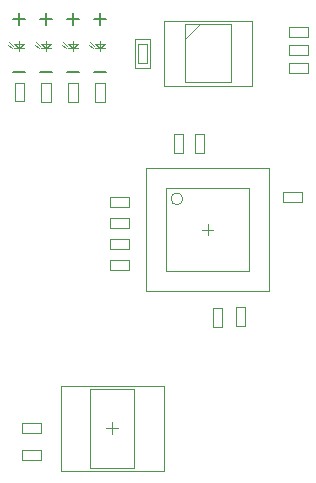
<source format=gbp>
G04*
G04 #@! TF.GenerationSoftware,Altium Limited,Altium Designer,21.6.1 (37)*
G04*
G04 Layer_Color=128*
%FSTAX24Y24*%
%MOIN*%
G70*
G04*
G04 #@! TF.SameCoordinates,EF07AD57-FAF1-4C8D-99CD-AC66FC3846F0*
G04*
G04*
G04 #@! TF.FilePolarity,Positive*
G04*
G01*
G75*
%ADD21C,0.0039*%
%ADD22C,0.0020*%
%ADD23C,0.0080*%
D21*
X02145Y023047D02*
G03*
X02145Y023047I-000197J0D01*
G01*
X020899Y020645D02*
Y023401D01*
X023655D02*
X023655Y020645D01*
X020899Y023401D02*
X023655D01*
X020899Y020645D02*
X023655D01*
X024985Y027843D02*
Y028157D01*
X025615Y027843D02*
Y028157D01*
X024985D02*
X025615D01*
X024985Y027843D02*
X025615D01*
X024985Y028757D02*
X025615D01*
X024985Y028443D02*
X025615D01*
X024985D02*
Y028757D01*
X025615Y028443D02*
Y028757D01*
X020259Y027585D02*
Y028215D01*
X019941Y027585D02*
X020259D01*
X019941D02*
Y028215D01*
X020259D01*
X021509Y028865D02*
X023045D01*
Y026935D02*
Y028865D01*
X021509Y026935D02*
X023045D01*
X021509D02*
Y028865D01*
Y028365D02*
X022009Y028865D01*
X018328Y028184D02*
X018446Y028066D01*
X018367Y028263D02*
X018485Y028144D01*
X018689Y027985D02*
Y0283D01*
X018532Y028064D02*
X018846D01*
X018689D02*
X018846Y028221D01*
X018532D02*
X018689Y028064D01*
X018532Y028221D02*
X018846D01*
X017428Y028184D02*
X017546Y028066D01*
X017467Y028263D02*
X017585Y028144D01*
X017789Y027985D02*
Y0283D01*
X017631Y028064D02*
X017946D01*
X017789D02*
X017946Y028221D01*
X017631D02*
X017789Y028064D01*
X017631Y028221D02*
X017946D01*
X016731Y028221D02*
X017046D01*
X016731D02*
X016889Y028064D01*
X017046Y028221D01*
X016731Y028064D02*
X017046D01*
X016889Y027985D02*
Y0283D01*
X016567Y028263D02*
X016685Y028144D01*
X016528Y028184D02*
X016646Y028066D01*
X015832Y028221D02*
X016146D01*
X015832D02*
X015989Y028064D01*
X016146Y028221D01*
X015832Y028064D02*
X016146D01*
X015989Y027985D02*
Y0283D01*
X015667Y028263D02*
X015785Y028144D01*
X015628Y028184D02*
X015746Y028066D01*
X017046Y026268D02*
Y026897D01*
X016731Y026268D02*
Y026897D01*
X017046D01*
X016731Y026268D02*
X017046D01*
X016157Y02629D02*
Y02692D01*
X015843Y02629D02*
Y02692D01*
X016157D01*
X015843Y02629D02*
X016157D01*
X018372Y014074D02*
Y016712D01*
X019828Y014074D02*
Y016712D01*
X018372D02*
X019828D01*
X018372Y014074D02*
X019828D01*
X017946Y026268D02*
Y026897D01*
X017631Y026268D02*
Y026897D01*
X017946D01*
X017631Y026268D02*
X017946D01*
X018846D02*
Y026897D01*
X018532Y026268D02*
Y026897D01*
X018846D01*
X018532Y026268D02*
X018846D01*
X022757Y018785D02*
Y019415D01*
X022443Y018785D02*
Y019415D01*
X022757D01*
X022443Y018785D02*
X022757D01*
X021843Y024585D02*
X022157D01*
X021843Y025215D02*
X022157D01*
X021843Y024585D02*
Y025215D01*
X022157Y024585D02*
Y025215D01*
X024785Y022943D02*
Y023257D01*
X025415Y022943D02*
Y023257D01*
X024785D02*
X025415D01*
X024785Y022943D02*
X025415D01*
X019655Y021383D02*
Y021697D01*
X019025Y021383D02*
Y021697D01*
Y021383D02*
X019655D01*
X019025Y021697D02*
X019655D01*
X021457Y024585D02*
Y025215D01*
X021143Y024585D02*
Y025215D01*
X021457D01*
X021143Y024585D02*
X021457D01*
X023215Y019425D02*
X02353D01*
X023215Y018795D02*
X02353D01*
Y019425D01*
X023215Y018795D02*
Y019425D01*
X019655Y022783D02*
Y023097D01*
X019025Y022783D02*
Y023097D01*
Y022783D02*
X019655D01*
X019025Y023097D02*
X019655D01*
X019655Y020683D02*
Y020997D01*
X019025Y020683D02*
Y020997D01*
Y020683D02*
X019655D01*
X019025Y020997D02*
X019655D01*
X019655Y022083D02*
Y022397D01*
X019025Y022083D02*
Y022397D01*
Y022083D02*
X019655D01*
X019025Y022397D02*
X019655D01*
X016085Y015243D02*
X016715D01*
X016085Y015557D02*
X016715D01*
Y015243D02*
Y015557D01*
X016085Y015243D02*
Y015557D01*
X025615Y027243D02*
Y027557D01*
X024985Y027243D02*
Y027557D01*
Y027243D02*
X025615D01*
X024985Y027557D02*
X025615D01*
X01608Y014343D02*
X01671D01*
X01608Y014657D02*
X01671D01*
Y014343D02*
Y014657D01*
X01608Y014343D02*
Y014657D01*
X02208Y022023D02*
X022474D01*
X022277Y021826D02*
Y02222D01*
X017387Y013976D02*
Y016811D01*
X020813Y013976D02*
Y016811D01*
X017387D02*
X020813D01*
X017387Y013976D02*
X020813D01*
X018903Y015393D02*
X019297D01*
X0191Y015196D02*
Y01559D01*
D22*
X02023Y019976D02*
Y02407D01*
X024324Y019976D02*
Y02407D01*
X02023D02*
X024324D01*
X02023Y019976D02*
X024324D01*
X020356Y027412D02*
Y028388D01*
X019844Y027412D02*
X020356D01*
X019844D02*
Y028388D01*
X020356D01*
X02081Y028983D02*
X023743D01*
Y026817D02*
Y028983D01*
X02081Y026817D02*
X023743D01*
X02081D02*
Y028983D01*
D23*
X018492Y027276D02*
X018886D01*
X018492Y029048D02*
X018886D01*
X018689Y028851D02*
Y029245D01*
X017592Y027276D02*
X017986D01*
X017592Y029048D02*
X017986D01*
X017789Y028851D02*
Y029245D01*
X016889Y028851D02*
Y029245D01*
X016692Y029048D02*
X017086D01*
X016692Y027276D02*
X017086D01*
X015989Y028851D02*
Y029245D01*
X015792Y029048D02*
X016186D01*
X015792Y027276D02*
X016186D01*
M02*

</source>
